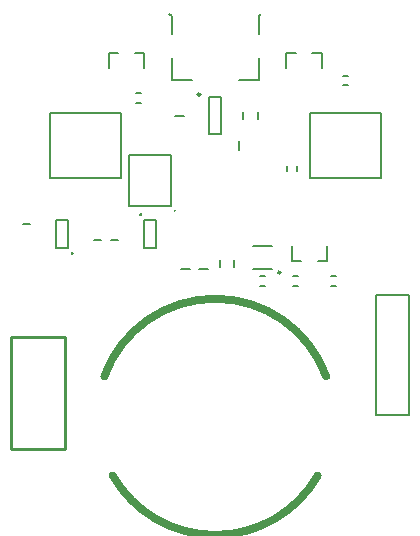
<source format=gbr>
%TF.GenerationSoftware,Altium Limited,Altium Designer,21.6.4 (81)*%
G04 Layer_Color=65535*
%FSLAX45Y45*%
%MOMM*%
%TF.SameCoordinates,1F3DC5CE-A10F-41C4-B24A-259E2D936CC1*%
%TF.FilePolarity,Positive*%
%TF.FileFunction,Legend,Top*%
%TF.Part,Single*%
G01*
G75*
%TA.AperFunction,NonConductor*%
%ADD44C,0.65000*%
%ADD45C,0.25400*%
%ADD46C,0.25000*%
%ADD47C,0.20000*%
%ADD48C,0.15000*%
D44*
X939693Y-757980D02*
G03*
X-939693Y-757980I-939693J-342020D01*
G01*
X-868243Y-1596139D02*
G03*
X868243Y-1596139I868243J496139D01*
G01*
D45*
X-631183Y614470D02*
G03*
X-631183Y614470I-4666J0D01*
G01*
X-1209486Y285529D02*
G03*
X-1209486Y285529I-4666J0D01*
G01*
D46*
X-125000Y1630000D02*
G03*
X-125000Y1630000I-12500J0D01*
G01*
X550596Y121862D02*
G03*
X550596Y121862I-8242J0D01*
G01*
X-1725000Y-1375000D02*
X-1275000Y-1375000D01*
Y-425000D01*
X-1725000Y-425000D02*
X-1275000Y-425000D01*
X-1725000Y-1375000D02*
Y-425000D01*
D47*
X-341800Y646000D02*
G03*
X-341800Y646000I-5000J0D01*
G01*
X949999Y346000D02*
X949999Y216000D01*
X869999Y216001D02*
X949999Y216000D01*
X650000Y216001D02*
Y346000D01*
Y216001D02*
X730000Y216000D01*
X1639700Y-1085000D02*
Y-69000D01*
X1360300D02*
X1639700D01*
X1360300Y-1085000D02*
Y-69000D01*
Y-1085000D02*
X1639700D01*
X-370000Y1750000D02*
X-200000D01*
X-370000D02*
Y1935700D01*
X-390000Y2310000D02*
X-370000Y2290000D01*
Y2140000D02*
Y2290000D01*
X200000Y1750000D02*
X370000D01*
Y1935700D01*
Y2290000D02*
X390000Y2310000D01*
X370000Y2140000D02*
Y2290000D01*
X660000Y90000D02*
X700000D01*
X660000Y10000D02*
X700000D01*
X-600000Y330000D02*
X-500000Y330000D01*
X-600001Y570000D02*
X-600000Y330000D01*
X-500000Y570000D02*
X-500000Y330000D01*
X-600001Y570000D02*
X-500000Y570000D01*
X980001Y10000D02*
X1019999Y10001D01*
X980001Y89999D02*
X1020000Y89999D01*
X-50000Y1605000D02*
X50000D01*
X-50000Y1295000D02*
X50000D01*
X-50000D02*
Y1605000D01*
X50000Y1295000D02*
Y1605000D01*
X-680000Y1984000D02*
X-600000Y1983999D01*
X-600000Y1854000D02*
X-600000Y1983999D01*
X-899998Y1984000D02*
X-820000Y1984000D01*
X-900000Y1854000D02*
X-899998Y1984000D01*
X820000Y1984000D02*
X900000Y1983999D01*
X900000Y1854000D02*
X900000Y1983999D01*
X600002Y1984000D02*
X680000Y1984000D01*
X600000Y1854000D02*
X600002Y1984000D01*
X162500Y170001D02*
X162512Y230001D01*
X37488Y170000D02*
X37500Y230000D01*
X237488Y1420000D02*
X237500Y1480000D01*
X362500Y1420000D02*
X362512Y1480000D01*
X380000Y10000D02*
X420000D01*
X380000Y90000D02*
X420000D01*
X610001Y1019999D02*
X610001Y980001D01*
X689999Y980000D02*
X690000Y1020000D01*
X-288100Y150000D02*
X-211900D01*
X-138100D02*
X-61900D01*
X-338100Y1450000D02*
X-261900D01*
X200000Y1161900D02*
Y1238100D01*
X-879999Y400000D02*
X-820001Y400000D01*
X-1029999Y400000D02*
X-970001Y400000D01*
X1080000Y1710000D02*
X1120000D01*
X1080000Y1790000D02*
X1120000D01*
X-670000Y1640000D02*
X-630000D01*
X-670000Y1560000D02*
X-630000D01*
X-800000Y925000D02*
Y1475000D01*
X-1400000Y925000D02*
X-800000D01*
X-1400000D02*
Y1475000D01*
X-800000D01*
X-1350001Y570000D02*
X-1250000D01*
X-1249999Y330000D01*
X-1350001Y570000D02*
X-1350000Y330000D01*
X-1249999D01*
X1400000Y925000D02*
Y1475000D01*
X800000Y925000D02*
X1400000D01*
X800000D02*
Y1475000D01*
X1400000D01*
X-727799Y684100D02*
X-372200Y684099D01*
X-372201Y1115900D02*
X-372200Y684099D01*
X-727800Y1115900D02*
X-372201Y1115900D01*
X-727800Y1115900D02*
X-727799Y684100D01*
X-1629999Y534999D02*
X-1570001D01*
D48*
X320000Y149999D02*
X480000Y150000D01*
X320000Y350000D02*
X480000Y350001D01*
%TF.MD5,0ea3496ad3b19b3fb5d3ddfd8f4f9dcc*%
M02*

</source>
